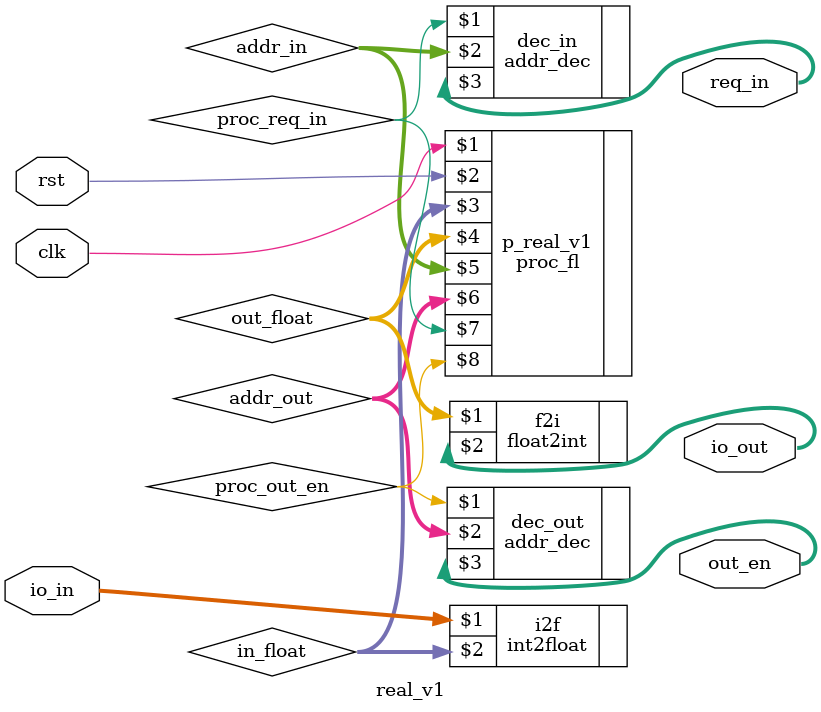
<source format=v>
module real_v1 (
input clk, rst,
input [15:0] io_in,
output [32:0] io_out,
output [3:0] req_in,
output [3:0] out_en);

wire signed [32:0] in_float;
wire signed [32:0] out_float;

int2float #(.MAN(16),.EXP(16)) i2f (io_in, in_float);

wire proc_req_in, proc_out_en;
wire [1:0] addr_in;
wire [1:0] addr_out;

proc_fl #(.NBMANT(16),
.NBEXPO(16),
.MDATAS(282),
.MINSTS(5166),
.SDEPTH(16),
.NUIOIN(4),
.NUIOOU(4),
.DFILE("C:/Users/melis/OneDrive/- TCC/Processadores/real_v1/real_v1/Hardware/real_v1_H/real_v1_data.mif"),
.IFILE("C:/Users/melis/OneDrive/- TCC/Processadores/real_v1/real_v1/Hardware/real_v1_H/real_v1_inst.mif")
) p_real_v1 (clk, rst, in_float, out_float, addr_in, addr_out, proc_req_in, proc_out_en);

float2int #(.EXP(16),.MAN(16)) f2i (out_float, io_out);

addr_dec #(4) dec_in (proc_req_in, addr_in , req_in);
addr_dec #(4) dec_out(proc_out_en, addr_out, out_en);

endmodule

</source>
